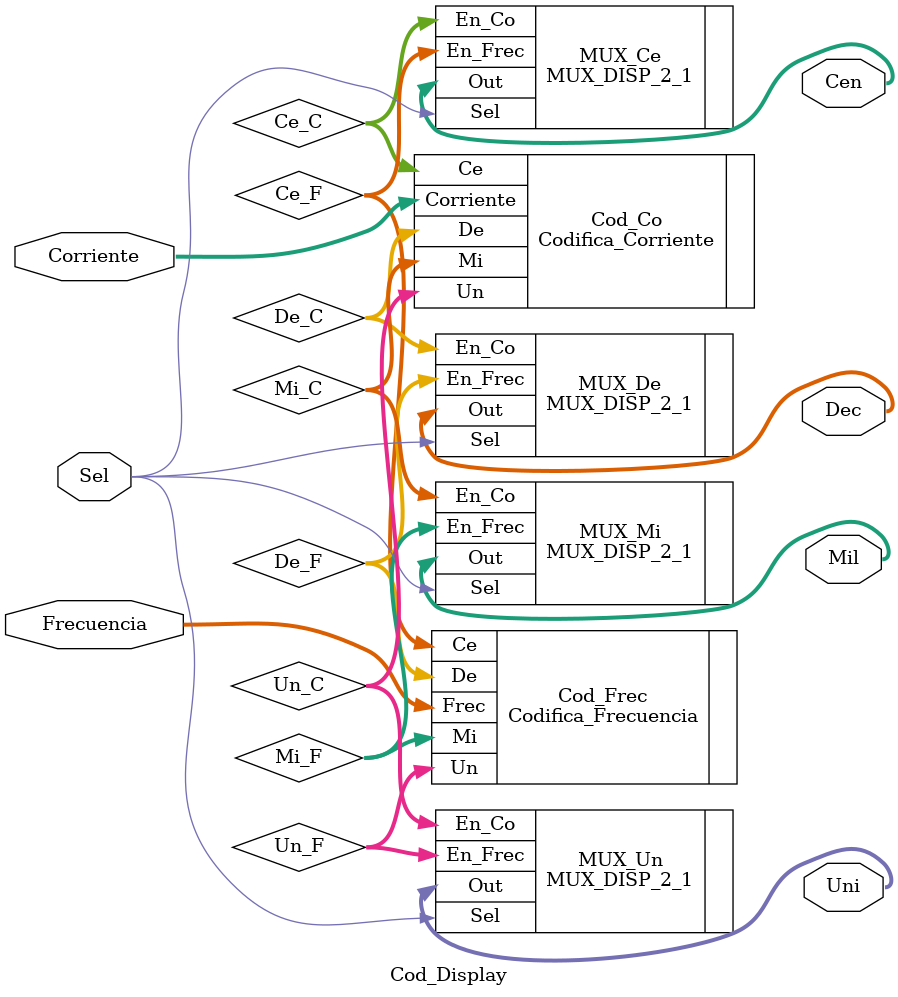
<source format=v>
`timescale 1ns / 1ps
module Cod_Display(
    input wire [2:0] Frecuencia,
    input wire [4:0] Corriente,
    input wire Sel,
    output wire [3:0] Uni,
    output wire [3:0] Dec,
    output wire [3:0] Cen,
    output wire [3:0] Mil
    );


//////////////////////////////Seccion Codificadores///////////////////////////////
wire [3:0] Un_F;
wire [3:0] De_F;
wire [3:0] Ce_F;
wire [3:0] Mi_F;

Codifica_Frecuencia Cod_Frec (
    .Frec(Frecuencia), 
    .Un(Un_F), 
    .De(De_F), 
    .Ce(Ce_F), 
    .Mi(Mi_F)
    );

wire [3:0] Un_C;
wire [3:0] De_C;
wire [3:0] Ce_C;
wire [3:0] Mi_C;

Codifica_Corriente Cod_Co (
    .Corriente(Corriente), 
    .Un(Un_C), 
    .De(De_C), 
    .Ce(Ce_C), 
    .Mi(Mi_C)
    );

///////////////////////////Seccion Multiplexores//////////////////////////

MUX_DISP_2_1 MUX_Un (
    .En_Frec(Un_F), 
    .En_Co(Un_C), 
    .Sel(Sel), 
    .Out(Uni)
    );

MUX_DISP_2_1 MUX_De (
    .En_Frec(De_F), 
    .En_Co(De_C), 
    .Sel(Sel), 
    .Out(Dec)
    );

MUX_DISP_2_1 MUX_Ce (
    .En_Frec(Ce_F), 
    .En_Co(Ce_C), 
    .Sel(Sel), 
    .Out(Cen)
    );

MUX_DISP_2_1 MUX_Mi (
    .En_Frec(Mi_F), 
    .En_Co(Mi_C), 
    .Sel(Sel), 
    .Out(Mil)
    );
	 
endmodule

</source>
